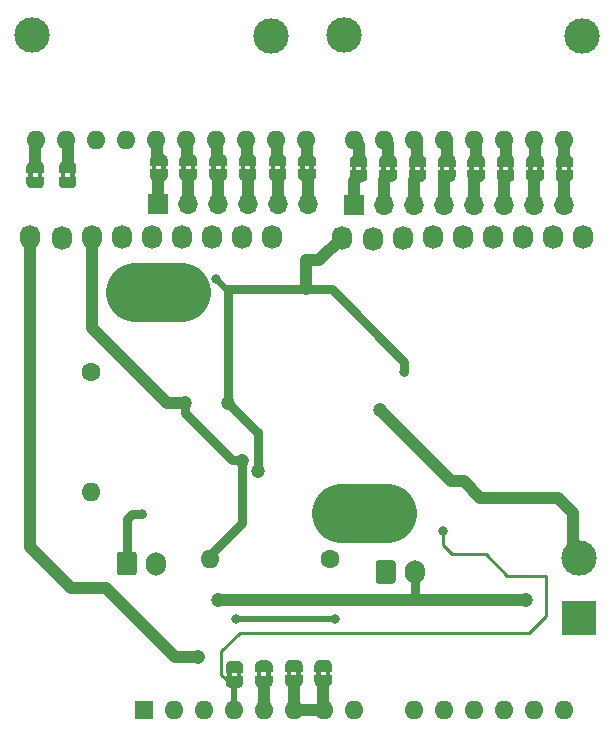
<source format=gbr>
%TF.GenerationSoftware,KiCad,Pcbnew,(5.1.10)-1*%
%TF.CreationDate,2021-06-07T20:05:56+02:00*%
%TF.ProjectId,AirFlow,41697246-6c6f-4772-9e6b-696361645f70,rev?*%
%TF.SameCoordinates,Original*%
%TF.FileFunction,Copper,L2,Bot*%
%TF.FilePolarity,Positive*%
%FSLAX46Y46*%
G04 Gerber Fmt 4.6, Leading zero omitted, Abs format (unit mm)*
G04 Created by KiCad (PCBNEW (5.1.10)-1) date 2021-06-07 20:05:56*
%MOMM*%
%LPD*%
G01*
G04 APERTURE LIST*
%TA.AperFunction,EtchedComponent*%
%ADD10C,0.100000*%
%TD*%
%TA.AperFunction,ComponentPad*%
%ADD11O,1.600000X1.600000*%
%TD*%
%TA.AperFunction,ComponentPad*%
%ADD12R,1.600000X1.600000*%
%TD*%
%TA.AperFunction,ComponentPad*%
%ADD13R,3.000000X3.000000*%
%TD*%
%TA.AperFunction,ComponentPad*%
%ADD14C,3.000000*%
%TD*%
%TA.AperFunction,ComponentPad*%
%ADD15O,1.700000X2.000000*%
%TD*%
%TA.AperFunction,ComponentPad*%
%ADD16C,1.600000*%
%TD*%
%TA.AperFunction,ComponentPad*%
%ADD17R,1.700000X1.700000*%
%TD*%
%TA.AperFunction,ComponentPad*%
%ADD18O,1.700000X1.700000*%
%TD*%
%TA.AperFunction,SMDPad,CuDef*%
%ADD19C,0.100000*%
%TD*%
%TA.AperFunction,ComponentPad*%
%ADD20O,1.730000X2.030000*%
%TD*%
%TA.AperFunction,ViaPad*%
%ADD21C,1.200000*%
%TD*%
%TA.AperFunction,ViaPad*%
%ADD22C,0.800000*%
%TD*%
%TA.AperFunction,Conductor*%
%ADD23C,0.750000*%
%TD*%
%TA.AperFunction,Conductor*%
%ADD24C,0.250000*%
%TD*%
%TA.AperFunction,Conductor*%
%ADD25C,1.000000*%
%TD*%
%TA.AperFunction,Conductor*%
%ADD26C,0.500000*%
%TD*%
%TA.AperFunction,Conductor*%
%ADD27C,5.000000*%
%TD*%
G04 APERTURE END LIST*
D10*
%TO.C,JP0*%
G36*
X158537200Y-84283600D02*
G01*
X158537200Y-83783600D01*
X158137200Y-83783600D01*
X158137200Y-84283600D01*
X158537200Y-84283600D01*
G37*
G36*
X157737200Y-84283600D02*
G01*
X157737200Y-83783600D01*
X157337200Y-83783600D01*
X157337200Y-84283600D01*
X157737200Y-84283600D01*
G37*
%TO.C,JP1*%
G36*
X155248000Y-84283600D02*
G01*
X155248000Y-83783600D01*
X154848000Y-83783600D01*
X154848000Y-84283600D01*
X155248000Y-84283600D01*
G37*
G36*
X156048000Y-84283600D02*
G01*
X156048000Y-83783600D01*
X155648000Y-83783600D01*
X155648000Y-84283600D01*
X156048000Y-84283600D01*
G37*
%TO.C,JP2*%
G36*
X153558800Y-84283600D02*
G01*
X153558800Y-83783600D01*
X153158800Y-83783600D01*
X153158800Y-84283600D01*
X153558800Y-84283600D01*
G37*
G36*
X152758800Y-84283600D02*
G01*
X152758800Y-83783600D01*
X152358800Y-83783600D01*
X152358800Y-84283600D01*
X152758800Y-84283600D01*
G37*
%TO.C,JP3*%
G36*
X150269600Y-84283600D02*
G01*
X150269600Y-83783600D01*
X149869600Y-83783600D01*
X149869600Y-84283600D01*
X150269600Y-84283600D01*
G37*
G36*
X151069600Y-84283600D02*
G01*
X151069600Y-83783600D01*
X150669600Y-83783600D01*
X150669600Y-84283600D01*
X151069600Y-84283600D01*
G37*
%TO.C,JP4*%
G36*
X148580400Y-84283600D02*
G01*
X148580400Y-83783600D01*
X148180400Y-83783600D01*
X148180400Y-84283600D01*
X148580400Y-84283600D01*
G37*
G36*
X147780400Y-84283600D02*
G01*
X147780400Y-83783600D01*
X147380400Y-83783600D01*
X147380400Y-84283600D01*
X147780400Y-84283600D01*
G37*
%TO.C,JP5*%
G36*
X145291200Y-84283600D02*
G01*
X145291200Y-83783600D01*
X144891200Y-83783600D01*
X144891200Y-84283600D01*
X145291200Y-84283600D01*
G37*
G36*
X146091200Y-84283600D02*
G01*
X146091200Y-83783600D01*
X145691200Y-83783600D01*
X145691200Y-84283600D01*
X146091200Y-84283600D01*
G37*
%TO.C,JP6*%
G36*
X142802000Y-84283600D02*
G01*
X142802000Y-83783600D01*
X142402000Y-83783600D01*
X142402000Y-84283600D01*
X142802000Y-84283600D01*
G37*
G36*
X143602000Y-84283600D02*
G01*
X143602000Y-83783600D01*
X143202000Y-83783600D01*
X143202000Y-84283600D01*
X143602000Y-84283600D01*
G37*
%TO.C,JP7*%
G36*
X141112800Y-84283600D02*
G01*
X141112800Y-83783600D01*
X140712800Y-83783600D01*
X140712800Y-84283600D01*
X141112800Y-84283600D01*
G37*
G36*
X140312800Y-84283600D02*
G01*
X140312800Y-83783600D01*
X139912800Y-83783600D01*
X139912800Y-84283600D01*
X140312800Y-84283600D01*
G37*
%TO.C,JP8*%
G36*
X136744000Y-84232800D02*
G01*
X136744000Y-83732800D01*
X136344000Y-83732800D01*
X136344000Y-84232800D01*
X136744000Y-84232800D01*
G37*
G36*
X135944000Y-84232800D02*
G01*
X135944000Y-83732800D01*
X135544000Y-83732800D01*
X135544000Y-84232800D01*
X135944000Y-84232800D01*
G37*
%TO.C,JP9*%
G36*
X133454800Y-84232800D02*
G01*
X133454800Y-83732800D01*
X133054800Y-83732800D01*
X133054800Y-84232800D01*
X133454800Y-84232800D01*
G37*
G36*
X134254800Y-84232800D02*
G01*
X134254800Y-83732800D01*
X133854800Y-83732800D01*
X133854800Y-84232800D01*
X134254800Y-84232800D01*
G37*
%TO.C,JP10*%
G36*
X131714800Y-84232800D02*
G01*
X131714800Y-83732800D01*
X131314800Y-83732800D01*
X131314800Y-84232800D01*
X131714800Y-84232800D01*
G37*
G36*
X130914800Y-84232800D02*
G01*
X130914800Y-83732800D01*
X130514800Y-83732800D01*
X130514800Y-84232800D01*
X130914800Y-84232800D01*
G37*
%TO.C,JP11*%
G36*
X128425600Y-84222400D02*
G01*
X128425600Y-83722400D01*
X128025600Y-83722400D01*
X128025600Y-84222400D01*
X128425600Y-84222400D01*
G37*
G36*
X129225600Y-84222400D02*
G01*
X129225600Y-83722400D01*
X128825600Y-83722400D01*
X128825600Y-84222400D01*
X129225600Y-84222400D01*
G37*
%TO.C,JP12*%
G36*
X125885600Y-84232800D02*
G01*
X125885600Y-83732800D01*
X125485600Y-83732800D01*
X125485600Y-84232800D01*
X125885600Y-84232800D01*
G37*
G36*
X126685600Y-84232800D02*
G01*
X126685600Y-83732800D01*
X126285600Y-83732800D01*
X126285600Y-84232800D01*
X126685600Y-84232800D01*
G37*
%TO.C,JP13*%
G36*
X124196400Y-84222400D02*
G01*
X124196400Y-83722400D01*
X123796400Y-83722400D01*
X123796400Y-84222400D01*
X124196400Y-84222400D01*
G37*
G36*
X123396400Y-84222400D02*
G01*
X123396400Y-83722400D01*
X122996400Y-83722400D01*
X122996400Y-84222400D01*
X123396400Y-84222400D01*
G37*
%TO.C,JP_SCL1*%
G36*
X113331600Y-84342400D02*
G01*
X113331600Y-84842400D01*
X113731600Y-84842400D01*
X113731600Y-84342400D01*
X113331600Y-84342400D01*
G37*
G36*
X112531600Y-84342400D02*
G01*
X112531600Y-84842400D01*
X112931600Y-84842400D01*
X112931600Y-84342400D01*
X112531600Y-84342400D01*
G37*
%TO.C,JP_SDA1*%
G36*
X115274800Y-84342400D02*
G01*
X115274800Y-84842400D01*
X115674800Y-84842400D01*
X115674800Y-84342400D01*
X115274800Y-84342400D01*
G37*
G36*
X116074800Y-84342400D02*
G01*
X116074800Y-84842400D01*
X116474800Y-84842400D01*
X116474800Y-84342400D01*
X116074800Y-84342400D01*
G37*
%TO.C,JP3V3*%
G36*
X130597200Y-127138000D02*
G01*
X130597200Y-126638000D01*
X130197200Y-126638000D01*
X130197200Y-127138000D01*
X130597200Y-127138000D01*
G37*
G36*
X129797200Y-127138000D02*
G01*
X129797200Y-126638000D01*
X129397200Y-126638000D01*
X129397200Y-127138000D01*
X129797200Y-127138000D01*
G37*
%TO.C,JP5V1*%
G36*
X132286400Y-127097600D02*
G01*
X132286400Y-126597600D01*
X131886400Y-126597600D01*
X131886400Y-127097600D01*
X132286400Y-127097600D01*
G37*
G36*
X133086400Y-127097600D02*
G01*
X133086400Y-126597600D01*
X132686400Y-126597600D01*
X132686400Y-127097600D01*
X133086400Y-127097600D01*
G37*
%TO.C,JPGND1*%
G36*
X138115600Y-127046800D02*
G01*
X138115600Y-126546800D01*
X137715600Y-126546800D01*
X137715600Y-127046800D01*
X138115600Y-127046800D01*
G37*
G36*
X137315600Y-127046800D02*
G01*
X137315600Y-126546800D01*
X136915600Y-126546800D01*
X136915600Y-127046800D01*
X137315600Y-127046800D01*
G37*
%TO.C,JPGND2*%
G36*
X134826400Y-127057200D02*
G01*
X134826400Y-126557200D01*
X134426400Y-126557200D01*
X134426400Y-127057200D01*
X134826400Y-127057200D01*
G37*
G36*
X135626400Y-127057200D02*
G01*
X135626400Y-126557200D01*
X135226400Y-126557200D01*
X135226400Y-127057200D01*
X135626400Y-127057200D01*
G37*
%TD*%
D11*
%TO.P,A1,32*%
%TO.N,Net-(A1-Pad32)*%
X113186400Y-81635600D03*
%TO.P,A1,31*%
%TO.N,Net-(A1-Pad31)*%
X115726400Y-81635600D03*
D12*
%TO.P,A1,1*%
%TO.N,Net-(A1-Pad1)*%
X122326400Y-129895600D03*
D11*
%TO.P,A1,17*%
%TO.N,Net-(A1-Pad17)*%
X152806400Y-81635600D03*
%TO.P,A1,2*%
%TO.N,Net-(A1-Pad2)*%
X124866400Y-129895600D03*
%TO.P,A1,18*%
%TO.N,Net-(A1-Pad18)*%
X150266400Y-81635600D03*
%TO.P,A1,3*%
%TO.N,Net-(A1-Pad3)*%
X127406400Y-129895600D03*
%TO.P,A1,19*%
%TO.N,Net-(A1-Pad19)*%
X147726400Y-81635600D03*
%TO.P,A1,4*%
%TO.N,+3V3*%
X129946400Y-129895600D03*
%TO.P,A1,20*%
%TO.N,Net-(A1-Pad20)*%
X145186400Y-81635600D03*
%TO.P,A1,5*%
%TO.N,+5V*%
X132486400Y-129895600D03*
%TO.P,A1,21*%
%TO.N,Net-(A1-Pad21)*%
X142646400Y-81635600D03*
%TO.P,A1,6*%
%TO.N,GND*%
X135026400Y-129895600D03*
%TO.P,A1,22*%
%TO.N,Net-(A1-Pad22)*%
X140106400Y-81635600D03*
%TO.P,A1,7*%
%TO.N,GND*%
X137566400Y-129895600D03*
%TO.P,A1,23*%
%TO.N,Net-(A1-Pad23)*%
X136046400Y-81635600D03*
%TO.P,A1,8*%
%TO.N,Net-(A1-Pad8)*%
X140106400Y-129895600D03*
%TO.P,A1,24*%
%TO.N,Net-(A1-Pad24)*%
X133506400Y-81635600D03*
%TO.P,A1,9*%
%TO.N,Net-(A1-Pad9)*%
X145186400Y-129895600D03*
%TO.P,A1,25*%
%TO.N,Net-(A1-Pad25)*%
X130966400Y-81635600D03*
%TO.P,A1,10*%
%TO.N,Net-(A1-Pad10)*%
X147726400Y-129895600D03*
%TO.P,A1,26*%
%TO.N,Net-(A1-Pad26)*%
X128426400Y-81635600D03*
%TO.P,A1,11*%
%TO.N,Net-(A1-Pad11)*%
X150266400Y-129895600D03*
%TO.P,A1,27*%
%TO.N,Net-(A1-Pad27)*%
X125886400Y-81635600D03*
%TO.P,A1,12*%
%TO.N,Net-(A1-Pad12)*%
X152806400Y-129895600D03*
%TO.P,A1,28*%
%TO.N,Net-(A1-Pad28)*%
X123346400Y-81635600D03*
%TO.P,A1,13*%
%TO.N,Net-(A1-Pad13)*%
X155346400Y-129895600D03*
%TO.P,A1,29*%
%TO.N,GND*%
X120806400Y-81635600D03*
%TO.P,A1,14*%
%TO.N,Net-(A1-Pad14)*%
X157886400Y-129895600D03*
%TO.P,A1,30*%
%TO.N,Net-(A1-Pad30)*%
X118266400Y-81635600D03*
%TO.P,A1,15*%
%TO.N,Net-(A1-Pad15)*%
X157886400Y-81635600D03*
%TO.P,A1,16*%
%TO.N,Net-(A1-Pad16)*%
X155346400Y-81635600D03*
%TD*%
D13*
%TO.P,J1,1*%
%TO.N,+12V*%
X159156400Y-122123200D03*
D14*
%TO.P,J1,2*%
%TO.N,GND*%
X159156400Y-117043200D03*
%TD*%
%TO.P,Jntc1,1*%
%TO.N,Net-(Jntc1-Pad1)*%
%TA.AperFunction,ComponentPad*%
G36*
G01*
X120043200Y-118250400D02*
X120043200Y-116750400D01*
G75*
G02*
X120293200Y-116500400I250000J0D01*
G01*
X121493200Y-116500400D01*
G75*
G02*
X121743200Y-116750400I0J-250000D01*
G01*
X121743200Y-118250400D01*
G75*
G02*
X121493200Y-118500400I-250000J0D01*
G01*
X120293200Y-118500400D01*
G75*
G02*
X120043200Y-118250400I0J250000D01*
G01*
G37*
%TD.AperFunction*%
D15*
%TO.P,Jntc1,2*%
%TO.N,+12V*%
X123393200Y-117500400D03*
%TD*%
%TO.P,Jntc2,2*%
%TO.N,+12V*%
X145298800Y-118211600D03*
%TO.P,Jntc2,1*%
%TO.N,Net-(Jntc2-Pad1)*%
%TA.AperFunction,ComponentPad*%
G36*
G01*
X141948800Y-118961600D02*
X141948800Y-117461600D01*
G75*
G02*
X142198800Y-117211600I250000J0D01*
G01*
X143398800Y-117211600D01*
G75*
G02*
X143648800Y-117461600I0J-250000D01*
G01*
X143648800Y-118961600D01*
G75*
G02*
X143398800Y-119211600I-250000J0D01*
G01*
X142198800Y-119211600D01*
G75*
G02*
X141948800Y-118961600I0J250000D01*
G01*
G37*
%TD.AperFunction*%
%TD*%
D11*
%TO.P,R3,2*%
%TO.N,GND*%
X117856000Y-111455200D03*
D16*
%TO.P,R3,1*%
%TO.N,Net-(Q1-Pad2)*%
X117856000Y-101295200D03*
%TD*%
%TO.P,R17,1*%
%TO.N,Net-(Q2-Pad2)*%
X138074400Y-117094000D03*
D11*
%TO.P,R17,2*%
%TO.N,GND*%
X127914400Y-117094000D03*
%TD*%
D17*
%TO.P,J5,1*%
%TO.N,D7*%
X140106400Y-87172800D03*
D18*
%TO.P,J5,2*%
%TO.N,D6*%
X142646400Y-87172800D03*
%TO.P,J5,3*%
%TO.N,D5*%
X145186400Y-87172800D03*
%TO.P,J5,4*%
%TO.N,D4*%
X147726400Y-87172800D03*
%TO.P,J5,5*%
%TO.N,D3*%
X150266400Y-87172800D03*
%TO.P,J5,6*%
%TO.N,D2*%
X152806400Y-87172800D03*
%TO.P,J5,7*%
%TO.N,D1*%
X155346400Y-87172800D03*
%TO.P,J5,8*%
%TO.N,D0*%
X157886400Y-87172800D03*
%TD*%
D17*
%TO.P,J6,1*%
%TO.N,D13*%
X123494800Y-87071200D03*
D18*
%TO.P,J6,2*%
%TO.N,D12*%
X126034800Y-87071200D03*
%TO.P,J6,3*%
%TO.N,D11*%
X128574800Y-87071200D03*
%TO.P,J6,4*%
%TO.N,D10*%
X131114800Y-87071200D03*
%TO.P,J6,5*%
%TO.N,D9*%
X133654800Y-87071200D03*
%TO.P,J6,6*%
%TO.N,D8*%
X136194800Y-87071200D03*
%TD*%
%TA.AperFunction,SMDPad,CuDef*%
D19*
%TO.P,JP0,1*%
%TO.N,D0*%
G36*
X158687200Y-84183600D02*
G01*
X158687200Y-84683600D01*
X158686598Y-84683600D01*
X158686598Y-84708134D01*
X158681788Y-84756965D01*
X158672216Y-84805090D01*
X158657972Y-84852045D01*
X158639195Y-84897378D01*
X158616064Y-84940651D01*
X158588804Y-84981450D01*
X158557676Y-85019379D01*
X158522979Y-85054076D01*
X158485050Y-85085204D01*
X158444251Y-85112464D01*
X158400978Y-85135595D01*
X158355645Y-85154372D01*
X158308690Y-85168616D01*
X158260565Y-85178188D01*
X158211734Y-85182998D01*
X158187200Y-85182998D01*
X158187200Y-85183600D01*
X157687200Y-85183600D01*
X157687200Y-85182998D01*
X157662666Y-85182998D01*
X157613835Y-85178188D01*
X157565710Y-85168616D01*
X157518755Y-85154372D01*
X157473422Y-85135595D01*
X157430149Y-85112464D01*
X157389350Y-85085204D01*
X157351421Y-85054076D01*
X157316724Y-85019379D01*
X157285596Y-84981450D01*
X157258336Y-84940651D01*
X157235205Y-84897378D01*
X157216428Y-84852045D01*
X157202184Y-84805090D01*
X157192612Y-84756965D01*
X157187802Y-84708134D01*
X157187802Y-84683600D01*
X157187200Y-84683600D01*
X157187200Y-84183600D01*
X158687200Y-84183600D01*
G37*
%TD.AperFunction*%
%TA.AperFunction,SMDPad,CuDef*%
%TO.P,JP0,2*%
%TO.N,Net-(A1-Pad15)*%
G36*
X157187802Y-83383600D02*
G01*
X157187802Y-83359066D01*
X157192612Y-83310235D01*
X157202184Y-83262110D01*
X157216428Y-83215155D01*
X157235205Y-83169822D01*
X157258336Y-83126549D01*
X157285596Y-83085750D01*
X157316724Y-83047821D01*
X157351421Y-83013124D01*
X157389350Y-82981996D01*
X157430149Y-82954736D01*
X157473422Y-82931605D01*
X157518755Y-82912828D01*
X157565710Y-82898584D01*
X157613835Y-82889012D01*
X157662666Y-82884202D01*
X157687200Y-82884202D01*
X157687200Y-82883600D01*
X158187200Y-82883600D01*
X158187200Y-82884202D01*
X158211734Y-82884202D01*
X158260565Y-82889012D01*
X158308690Y-82898584D01*
X158355645Y-82912828D01*
X158400978Y-82931605D01*
X158444251Y-82954736D01*
X158485050Y-82981996D01*
X158522979Y-83013124D01*
X158557676Y-83047821D01*
X158588804Y-83085750D01*
X158616064Y-83126549D01*
X158639195Y-83169822D01*
X158657972Y-83215155D01*
X158672216Y-83262110D01*
X158681788Y-83310235D01*
X158686598Y-83359066D01*
X158686598Y-83383600D01*
X158687200Y-83383600D01*
X158687200Y-83883600D01*
X157187200Y-83883600D01*
X157187200Y-83383600D01*
X157187802Y-83383600D01*
G37*
%TD.AperFunction*%
%TD*%
%TA.AperFunction,SMDPad,CuDef*%
%TO.P,JP1,2*%
%TO.N,Net-(A1-Pad16)*%
G36*
X154698602Y-83383600D02*
G01*
X154698602Y-83359066D01*
X154703412Y-83310235D01*
X154712984Y-83262110D01*
X154727228Y-83215155D01*
X154746005Y-83169822D01*
X154769136Y-83126549D01*
X154796396Y-83085750D01*
X154827524Y-83047821D01*
X154862221Y-83013124D01*
X154900150Y-82981996D01*
X154940949Y-82954736D01*
X154984222Y-82931605D01*
X155029555Y-82912828D01*
X155076510Y-82898584D01*
X155124635Y-82889012D01*
X155173466Y-82884202D01*
X155198000Y-82884202D01*
X155198000Y-82883600D01*
X155698000Y-82883600D01*
X155698000Y-82884202D01*
X155722534Y-82884202D01*
X155771365Y-82889012D01*
X155819490Y-82898584D01*
X155866445Y-82912828D01*
X155911778Y-82931605D01*
X155955051Y-82954736D01*
X155995850Y-82981996D01*
X156033779Y-83013124D01*
X156068476Y-83047821D01*
X156099604Y-83085750D01*
X156126864Y-83126549D01*
X156149995Y-83169822D01*
X156168772Y-83215155D01*
X156183016Y-83262110D01*
X156192588Y-83310235D01*
X156197398Y-83359066D01*
X156197398Y-83383600D01*
X156198000Y-83383600D01*
X156198000Y-83883600D01*
X154698000Y-83883600D01*
X154698000Y-83383600D01*
X154698602Y-83383600D01*
G37*
%TD.AperFunction*%
%TA.AperFunction,SMDPad,CuDef*%
%TO.P,JP1,1*%
%TO.N,D1*%
G36*
X156198000Y-84183600D02*
G01*
X156198000Y-84683600D01*
X156197398Y-84683600D01*
X156197398Y-84708134D01*
X156192588Y-84756965D01*
X156183016Y-84805090D01*
X156168772Y-84852045D01*
X156149995Y-84897378D01*
X156126864Y-84940651D01*
X156099604Y-84981450D01*
X156068476Y-85019379D01*
X156033779Y-85054076D01*
X155995850Y-85085204D01*
X155955051Y-85112464D01*
X155911778Y-85135595D01*
X155866445Y-85154372D01*
X155819490Y-85168616D01*
X155771365Y-85178188D01*
X155722534Y-85182998D01*
X155698000Y-85182998D01*
X155698000Y-85183600D01*
X155198000Y-85183600D01*
X155198000Y-85182998D01*
X155173466Y-85182998D01*
X155124635Y-85178188D01*
X155076510Y-85168616D01*
X155029555Y-85154372D01*
X154984222Y-85135595D01*
X154940949Y-85112464D01*
X154900150Y-85085204D01*
X154862221Y-85054076D01*
X154827524Y-85019379D01*
X154796396Y-84981450D01*
X154769136Y-84940651D01*
X154746005Y-84897378D01*
X154727228Y-84852045D01*
X154712984Y-84805090D01*
X154703412Y-84756965D01*
X154698602Y-84708134D01*
X154698602Y-84683600D01*
X154698000Y-84683600D01*
X154698000Y-84183600D01*
X156198000Y-84183600D01*
G37*
%TD.AperFunction*%
%TD*%
%TA.AperFunction,SMDPad,CuDef*%
%TO.P,JP2,1*%
%TO.N,D2*%
G36*
X153708800Y-84183600D02*
G01*
X153708800Y-84683600D01*
X153708198Y-84683600D01*
X153708198Y-84708134D01*
X153703388Y-84756965D01*
X153693816Y-84805090D01*
X153679572Y-84852045D01*
X153660795Y-84897378D01*
X153637664Y-84940651D01*
X153610404Y-84981450D01*
X153579276Y-85019379D01*
X153544579Y-85054076D01*
X153506650Y-85085204D01*
X153465851Y-85112464D01*
X153422578Y-85135595D01*
X153377245Y-85154372D01*
X153330290Y-85168616D01*
X153282165Y-85178188D01*
X153233334Y-85182998D01*
X153208800Y-85182998D01*
X153208800Y-85183600D01*
X152708800Y-85183600D01*
X152708800Y-85182998D01*
X152684266Y-85182998D01*
X152635435Y-85178188D01*
X152587310Y-85168616D01*
X152540355Y-85154372D01*
X152495022Y-85135595D01*
X152451749Y-85112464D01*
X152410950Y-85085204D01*
X152373021Y-85054076D01*
X152338324Y-85019379D01*
X152307196Y-84981450D01*
X152279936Y-84940651D01*
X152256805Y-84897378D01*
X152238028Y-84852045D01*
X152223784Y-84805090D01*
X152214212Y-84756965D01*
X152209402Y-84708134D01*
X152209402Y-84683600D01*
X152208800Y-84683600D01*
X152208800Y-84183600D01*
X153708800Y-84183600D01*
G37*
%TD.AperFunction*%
%TA.AperFunction,SMDPad,CuDef*%
%TO.P,JP2,2*%
%TO.N,Net-(A1-Pad17)*%
G36*
X152209402Y-83383600D02*
G01*
X152209402Y-83359066D01*
X152214212Y-83310235D01*
X152223784Y-83262110D01*
X152238028Y-83215155D01*
X152256805Y-83169822D01*
X152279936Y-83126549D01*
X152307196Y-83085750D01*
X152338324Y-83047821D01*
X152373021Y-83013124D01*
X152410950Y-82981996D01*
X152451749Y-82954736D01*
X152495022Y-82931605D01*
X152540355Y-82912828D01*
X152587310Y-82898584D01*
X152635435Y-82889012D01*
X152684266Y-82884202D01*
X152708800Y-82884202D01*
X152708800Y-82883600D01*
X153208800Y-82883600D01*
X153208800Y-82884202D01*
X153233334Y-82884202D01*
X153282165Y-82889012D01*
X153330290Y-82898584D01*
X153377245Y-82912828D01*
X153422578Y-82931605D01*
X153465851Y-82954736D01*
X153506650Y-82981996D01*
X153544579Y-83013124D01*
X153579276Y-83047821D01*
X153610404Y-83085750D01*
X153637664Y-83126549D01*
X153660795Y-83169822D01*
X153679572Y-83215155D01*
X153693816Y-83262110D01*
X153703388Y-83310235D01*
X153708198Y-83359066D01*
X153708198Y-83383600D01*
X153708800Y-83383600D01*
X153708800Y-83883600D01*
X152208800Y-83883600D01*
X152208800Y-83383600D01*
X152209402Y-83383600D01*
G37*
%TD.AperFunction*%
%TD*%
%TA.AperFunction,SMDPad,CuDef*%
%TO.P,JP3,2*%
%TO.N,Net-(A1-Pad18)*%
G36*
X149720202Y-83383600D02*
G01*
X149720202Y-83359066D01*
X149725012Y-83310235D01*
X149734584Y-83262110D01*
X149748828Y-83215155D01*
X149767605Y-83169822D01*
X149790736Y-83126549D01*
X149817996Y-83085750D01*
X149849124Y-83047821D01*
X149883821Y-83013124D01*
X149921750Y-82981996D01*
X149962549Y-82954736D01*
X150005822Y-82931605D01*
X150051155Y-82912828D01*
X150098110Y-82898584D01*
X150146235Y-82889012D01*
X150195066Y-82884202D01*
X150219600Y-82884202D01*
X150219600Y-82883600D01*
X150719600Y-82883600D01*
X150719600Y-82884202D01*
X150744134Y-82884202D01*
X150792965Y-82889012D01*
X150841090Y-82898584D01*
X150888045Y-82912828D01*
X150933378Y-82931605D01*
X150976651Y-82954736D01*
X151017450Y-82981996D01*
X151055379Y-83013124D01*
X151090076Y-83047821D01*
X151121204Y-83085750D01*
X151148464Y-83126549D01*
X151171595Y-83169822D01*
X151190372Y-83215155D01*
X151204616Y-83262110D01*
X151214188Y-83310235D01*
X151218998Y-83359066D01*
X151218998Y-83383600D01*
X151219600Y-83383600D01*
X151219600Y-83883600D01*
X149719600Y-83883600D01*
X149719600Y-83383600D01*
X149720202Y-83383600D01*
G37*
%TD.AperFunction*%
%TA.AperFunction,SMDPad,CuDef*%
%TO.P,JP3,1*%
%TO.N,D3*%
G36*
X151219600Y-84183600D02*
G01*
X151219600Y-84683600D01*
X151218998Y-84683600D01*
X151218998Y-84708134D01*
X151214188Y-84756965D01*
X151204616Y-84805090D01*
X151190372Y-84852045D01*
X151171595Y-84897378D01*
X151148464Y-84940651D01*
X151121204Y-84981450D01*
X151090076Y-85019379D01*
X151055379Y-85054076D01*
X151017450Y-85085204D01*
X150976651Y-85112464D01*
X150933378Y-85135595D01*
X150888045Y-85154372D01*
X150841090Y-85168616D01*
X150792965Y-85178188D01*
X150744134Y-85182998D01*
X150719600Y-85182998D01*
X150719600Y-85183600D01*
X150219600Y-85183600D01*
X150219600Y-85182998D01*
X150195066Y-85182998D01*
X150146235Y-85178188D01*
X150098110Y-85168616D01*
X150051155Y-85154372D01*
X150005822Y-85135595D01*
X149962549Y-85112464D01*
X149921750Y-85085204D01*
X149883821Y-85054076D01*
X149849124Y-85019379D01*
X149817996Y-84981450D01*
X149790736Y-84940651D01*
X149767605Y-84897378D01*
X149748828Y-84852045D01*
X149734584Y-84805090D01*
X149725012Y-84756965D01*
X149720202Y-84708134D01*
X149720202Y-84683600D01*
X149719600Y-84683600D01*
X149719600Y-84183600D01*
X151219600Y-84183600D01*
G37*
%TD.AperFunction*%
%TD*%
%TA.AperFunction,SMDPad,CuDef*%
%TO.P,JP4,1*%
%TO.N,D4*%
G36*
X148730400Y-84183600D02*
G01*
X148730400Y-84683600D01*
X148729798Y-84683600D01*
X148729798Y-84708134D01*
X148724988Y-84756965D01*
X148715416Y-84805090D01*
X148701172Y-84852045D01*
X148682395Y-84897378D01*
X148659264Y-84940651D01*
X148632004Y-84981450D01*
X148600876Y-85019379D01*
X148566179Y-85054076D01*
X148528250Y-85085204D01*
X148487451Y-85112464D01*
X148444178Y-85135595D01*
X148398845Y-85154372D01*
X148351890Y-85168616D01*
X148303765Y-85178188D01*
X148254934Y-85182998D01*
X148230400Y-85182998D01*
X148230400Y-85183600D01*
X147730400Y-85183600D01*
X147730400Y-85182998D01*
X147705866Y-85182998D01*
X147657035Y-85178188D01*
X147608910Y-85168616D01*
X147561955Y-85154372D01*
X147516622Y-85135595D01*
X147473349Y-85112464D01*
X147432550Y-85085204D01*
X147394621Y-85054076D01*
X147359924Y-85019379D01*
X147328796Y-84981450D01*
X147301536Y-84940651D01*
X147278405Y-84897378D01*
X147259628Y-84852045D01*
X147245384Y-84805090D01*
X147235812Y-84756965D01*
X147231002Y-84708134D01*
X147231002Y-84683600D01*
X147230400Y-84683600D01*
X147230400Y-84183600D01*
X148730400Y-84183600D01*
G37*
%TD.AperFunction*%
%TA.AperFunction,SMDPad,CuDef*%
%TO.P,JP4,2*%
%TO.N,Net-(A1-Pad19)*%
G36*
X147231002Y-83383600D02*
G01*
X147231002Y-83359066D01*
X147235812Y-83310235D01*
X147245384Y-83262110D01*
X147259628Y-83215155D01*
X147278405Y-83169822D01*
X147301536Y-83126549D01*
X147328796Y-83085750D01*
X147359924Y-83047821D01*
X147394621Y-83013124D01*
X147432550Y-82981996D01*
X147473349Y-82954736D01*
X147516622Y-82931605D01*
X147561955Y-82912828D01*
X147608910Y-82898584D01*
X147657035Y-82889012D01*
X147705866Y-82884202D01*
X147730400Y-82884202D01*
X147730400Y-82883600D01*
X148230400Y-82883600D01*
X148230400Y-82884202D01*
X148254934Y-82884202D01*
X148303765Y-82889012D01*
X148351890Y-82898584D01*
X148398845Y-82912828D01*
X148444178Y-82931605D01*
X148487451Y-82954736D01*
X148528250Y-82981996D01*
X148566179Y-83013124D01*
X148600876Y-83047821D01*
X148632004Y-83085750D01*
X148659264Y-83126549D01*
X148682395Y-83169822D01*
X148701172Y-83215155D01*
X148715416Y-83262110D01*
X148724988Y-83310235D01*
X148729798Y-83359066D01*
X148729798Y-83383600D01*
X148730400Y-83383600D01*
X148730400Y-83883600D01*
X147230400Y-83883600D01*
X147230400Y-83383600D01*
X147231002Y-83383600D01*
G37*
%TD.AperFunction*%
%TD*%
%TA.AperFunction,SMDPad,CuDef*%
%TO.P,JP5,2*%
%TO.N,Net-(A1-Pad20)*%
G36*
X144741802Y-83383600D02*
G01*
X144741802Y-83359066D01*
X144746612Y-83310235D01*
X144756184Y-83262110D01*
X144770428Y-83215155D01*
X144789205Y-83169822D01*
X144812336Y-83126549D01*
X144839596Y-83085750D01*
X144870724Y-83047821D01*
X144905421Y-83013124D01*
X144943350Y-82981996D01*
X144984149Y-82954736D01*
X145027422Y-82931605D01*
X145072755Y-82912828D01*
X145119710Y-82898584D01*
X145167835Y-82889012D01*
X145216666Y-82884202D01*
X145241200Y-82884202D01*
X145241200Y-82883600D01*
X145741200Y-82883600D01*
X145741200Y-82884202D01*
X145765734Y-82884202D01*
X145814565Y-82889012D01*
X145862690Y-82898584D01*
X145909645Y-82912828D01*
X145954978Y-82931605D01*
X145998251Y-82954736D01*
X146039050Y-82981996D01*
X146076979Y-83013124D01*
X146111676Y-83047821D01*
X146142804Y-83085750D01*
X146170064Y-83126549D01*
X146193195Y-83169822D01*
X146211972Y-83215155D01*
X146226216Y-83262110D01*
X146235788Y-83310235D01*
X146240598Y-83359066D01*
X146240598Y-83383600D01*
X146241200Y-83383600D01*
X146241200Y-83883600D01*
X144741200Y-83883600D01*
X144741200Y-83383600D01*
X144741802Y-83383600D01*
G37*
%TD.AperFunction*%
%TA.AperFunction,SMDPad,CuDef*%
%TO.P,JP5,1*%
%TO.N,D5*%
G36*
X146241200Y-84183600D02*
G01*
X146241200Y-84683600D01*
X146240598Y-84683600D01*
X146240598Y-84708134D01*
X146235788Y-84756965D01*
X146226216Y-84805090D01*
X146211972Y-84852045D01*
X146193195Y-84897378D01*
X146170064Y-84940651D01*
X146142804Y-84981450D01*
X146111676Y-85019379D01*
X146076979Y-85054076D01*
X146039050Y-85085204D01*
X145998251Y-85112464D01*
X145954978Y-85135595D01*
X145909645Y-85154372D01*
X145862690Y-85168616D01*
X145814565Y-85178188D01*
X145765734Y-85182998D01*
X145741200Y-85182998D01*
X145741200Y-85183600D01*
X145241200Y-85183600D01*
X145241200Y-85182998D01*
X145216666Y-85182998D01*
X145167835Y-85178188D01*
X145119710Y-85168616D01*
X145072755Y-85154372D01*
X145027422Y-85135595D01*
X144984149Y-85112464D01*
X144943350Y-85085204D01*
X144905421Y-85054076D01*
X144870724Y-85019379D01*
X144839596Y-84981450D01*
X144812336Y-84940651D01*
X144789205Y-84897378D01*
X144770428Y-84852045D01*
X144756184Y-84805090D01*
X144746612Y-84756965D01*
X144741802Y-84708134D01*
X144741802Y-84683600D01*
X144741200Y-84683600D01*
X144741200Y-84183600D01*
X146241200Y-84183600D01*
G37*
%TD.AperFunction*%
%TD*%
%TA.AperFunction,SMDPad,CuDef*%
%TO.P,JP6,2*%
%TO.N,Net-(A1-Pad21)*%
G36*
X142252602Y-83383600D02*
G01*
X142252602Y-83359066D01*
X142257412Y-83310235D01*
X142266984Y-83262110D01*
X142281228Y-83215155D01*
X142300005Y-83169822D01*
X142323136Y-83126549D01*
X142350396Y-83085750D01*
X142381524Y-83047821D01*
X142416221Y-83013124D01*
X142454150Y-82981996D01*
X142494949Y-82954736D01*
X142538222Y-82931605D01*
X142583555Y-82912828D01*
X142630510Y-82898584D01*
X142678635Y-82889012D01*
X142727466Y-82884202D01*
X142752000Y-82884202D01*
X142752000Y-82883600D01*
X143252000Y-82883600D01*
X143252000Y-82884202D01*
X143276534Y-82884202D01*
X143325365Y-82889012D01*
X143373490Y-82898584D01*
X143420445Y-82912828D01*
X143465778Y-82931605D01*
X143509051Y-82954736D01*
X143549850Y-82981996D01*
X143587779Y-83013124D01*
X143622476Y-83047821D01*
X143653604Y-83085750D01*
X143680864Y-83126549D01*
X143703995Y-83169822D01*
X143722772Y-83215155D01*
X143737016Y-83262110D01*
X143746588Y-83310235D01*
X143751398Y-83359066D01*
X143751398Y-83383600D01*
X143752000Y-83383600D01*
X143752000Y-83883600D01*
X142252000Y-83883600D01*
X142252000Y-83383600D01*
X142252602Y-83383600D01*
G37*
%TD.AperFunction*%
%TA.AperFunction,SMDPad,CuDef*%
%TO.P,JP6,1*%
%TO.N,D6*%
G36*
X143752000Y-84183600D02*
G01*
X143752000Y-84683600D01*
X143751398Y-84683600D01*
X143751398Y-84708134D01*
X143746588Y-84756965D01*
X143737016Y-84805090D01*
X143722772Y-84852045D01*
X143703995Y-84897378D01*
X143680864Y-84940651D01*
X143653604Y-84981450D01*
X143622476Y-85019379D01*
X143587779Y-85054076D01*
X143549850Y-85085204D01*
X143509051Y-85112464D01*
X143465778Y-85135595D01*
X143420445Y-85154372D01*
X143373490Y-85168616D01*
X143325365Y-85178188D01*
X143276534Y-85182998D01*
X143252000Y-85182998D01*
X143252000Y-85183600D01*
X142752000Y-85183600D01*
X142752000Y-85182998D01*
X142727466Y-85182998D01*
X142678635Y-85178188D01*
X142630510Y-85168616D01*
X142583555Y-85154372D01*
X142538222Y-85135595D01*
X142494949Y-85112464D01*
X142454150Y-85085204D01*
X142416221Y-85054076D01*
X142381524Y-85019379D01*
X142350396Y-84981450D01*
X142323136Y-84940651D01*
X142300005Y-84897378D01*
X142281228Y-84852045D01*
X142266984Y-84805090D01*
X142257412Y-84756965D01*
X142252602Y-84708134D01*
X142252602Y-84683600D01*
X142252000Y-84683600D01*
X142252000Y-84183600D01*
X143752000Y-84183600D01*
G37*
%TD.AperFunction*%
%TD*%
%TA.AperFunction,SMDPad,CuDef*%
%TO.P,JP7,1*%
%TO.N,D7*%
G36*
X141262800Y-84183600D02*
G01*
X141262800Y-84683600D01*
X141262198Y-84683600D01*
X141262198Y-84708134D01*
X141257388Y-84756965D01*
X141247816Y-84805090D01*
X141233572Y-84852045D01*
X141214795Y-84897378D01*
X141191664Y-84940651D01*
X141164404Y-84981450D01*
X141133276Y-85019379D01*
X141098579Y-85054076D01*
X141060650Y-85085204D01*
X141019851Y-85112464D01*
X140976578Y-85135595D01*
X140931245Y-85154372D01*
X140884290Y-85168616D01*
X140836165Y-85178188D01*
X140787334Y-85182998D01*
X140762800Y-85182998D01*
X140762800Y-85183600D01*
X140262800Y-85183600D01*
X140262800Y-85182998D01*
X140238266Y-85182998D01*
X140189435Y-85178188D01*
X140141310Y-85168616D01*
X140094355Y-85154372D01*
X140049022Y-85135595D01*
X140005749Y-85112464D01*
X139964950Y-85085204D01*
X139927021Y-85054076D01*
X139892324Y-85019379D01*
X139861196Y-84981450D01*
X139833936Y-84940651D01*
X139810805Y-84897378D01*
X139792028Y-84852045D01*
X139777784Y-84805090D01*
X139768212Y-84756965D01*
X139763402Y-84708134D01*
X139763402Y-84683600D01*
X139762800Y-84683600D01*
X139762800Y-84183600D01*
X141262800Y-84183600D01*
G37*
%TD.AperFunction*%
%TA.AperFunction,SMDPad,CuDef*%
%TO.P,JP7,2*%
%TO.N,Net-(A1-Pad22)*%
G36*
X139763402Y-83383600D02*
G01*
X139763402Y-83359066D01*
X139768212Y-83310235D01*
X139777784Y-83262110D01*
X139792028Y-83215155D01*
X139810805Y-83169822D01*
X139833936Y-83126549D01*
X139861196Y-83085750D01*
X139892324Y-83047821D01*
X139927021Y-83013124D01*
X139964950Y-82981996D01*
X140005749Y-82954736D01*
X140049022Y-82931605D01*
X140094355Y-82912828D01*
X140141310Y-82898584D01*
X140189435Y-82889012D01*
X140238266Y-82884202D01*
X140262800Y-82884202D01*
X140262800Y-82883600D01*
X140762800Y-82883600D01*
X140762800Y-82884202D01*
X140787334Y-82884202D01*
X140836165Y-82889012D01*
X140884290Y-82898584D01*
X140931245Y-82912828D01*
X140976578Y-82931605D01*
X141019851Y-82954736D01*
X141060650Y-82981996D01*
X141098579Y-83013124D01*
X141133276Y-83047821D01*
X141164404Y-83085750D01*
X141191664Y-83126549D01*
X141214795Y-83169822D01*
X141233572Y-83215155D01*
X141247816Y-83262110D01*
X141257388Y-83310235D01*
X141262198Y-83359066D01*
X141262198Y-83383600D01*
X141262800Y-83383600D01*
X141262800Y-83883600D01*
X139762800Y-83883600D01*
X139762800Y-83383600D01*
X139763402Y-83383600D01*
G37*
%TD.AperFunction*%
%TD*%
D20*
%TO.P,U2,5*%
%TO.N,D12*%
X122986800Y-89814400D03*
%TO.P,U2,6*%
%TO.N,D13*%
X120446800Y-89814400D03*
%TO.P,U2,3*%
%TO.N,D10*%
X128066800Y-89814400D03*
%TO.P,U2,4*%
%TO.N,D11*%
X125526800Y-89814400D03*
%TO.P,U2,1*%
%TO.N,Net-(U2-Pad1)*%
X133146800Y-89814400D03*
%TO.P,U2,2*%
%TO.N,Net-(U2-Pad2)*%
X130606800Y-89814400D03*
D14*
%TO.P,U2,10*%
%TO.N,Net-(U2-Pad10)*%
X112890300Y-72732900D03*
%TO.P,U2,11*%
%TO.N,Net-(U2-Pad11)*%
X133083300Y-72796400D03*
D20*
%TO.P,U2,7*%
%TO.N,GND*%
X117906800Y-89877900D03*
%TO.P,U2,8*%
%TO.N,Net-(U2-Pad8)*%
X115366800Y-89941400D03*
%TO.P,U2,9*%
%TO.N,+5V*%
X112699800Y-89877900D03*
%TD*%
%TO.P,U3,5*%
%TO.N,D3*%
X149352000Y-89865200D03*
%TO.P,U3,6*%
%TO.N,D5*%
X146812000Y-89865200D03*
%TO.P,U3,3*%
%TO.N,D1*%
X154432000Y-89865200D03*
%TO.P,U3,4*%
%TO.N,D0*%
X151892000Y-89865200D03*
%TO.P,U3,1*%
%TO.N,Net-(U3-Pad1)*%
X159512000Y-89865200D03*
%TO.P,U3,2*%
%TO.N,Net-(U3-Pad2)*%
X156972000Y-89865200D03*
D14*
%TO.P,U3,10*%
%TO.N,Net-(U3-Pad10)*%
X139255500Y-72783700D03*
%TO.P,U3,11*%
%TO.N,Net-(U3-Pad11)*%
X159448500Y-72847200D03*
D20*
%TO.P,U3,7*%
%TO.N,GND*%
X144272000Y-89928700D03*
%TO.P,U3,8*%
%TO.N,Net-(U3-Pad8)*%
X141732000Y-89992200D03*
%TO.P,U3,9*%
%TO.N,+5V*%
X139065000Y-89928700D03*
%TD*%
%TA.AperFunction,SMDPad,CuDef*%
D19*
%TO.P,JP8,1*%
%TO.N,D8*%
G36*
X136894000Y-84132800D02*
G01*
X136894000Y-84632800D01*
X136893398Y-84632800D01*
X136893398Y-84657334D01*
X136888588Y-84706165D01*
X136879016Y-84754290D01*
X136864772Y-84801245D01*
X136845995Y-84846578D01*
X136822864Y-84889851D01*
X136795604Y-84930650D01*
X136764476Y-84968579D01*
X136729779Y-85003276D01*
X136691850Y-85034404D01*
X136651051Y-85061664D01*
X136607778Y-85084795D01*
X136562445Y-85103572D01*
X136515490Y-85117816D01*
X136467365Y-85127388D01*
X136418534Y-85132198D01*
X136394000Y-85132198D01*
X136394000Y-85132800D01*
X135894000Y-85132800D01*
X135894000Y-85132198D01*
X135869466Y-85132198D01*
X135820635Y-85127388D01*
X135772510Y-85117816D01*
X135725555Y-85103572D01*
X135680222Y-85084795D01*
X135636949Y-85061664D01*
X135596150Y-85034404D01*
X135558221Y-85003276D01*
X135523524Y-84968579D01*
X135492396Y-84930650D01*
X135465136Y-84889851D01*
X135442005Y-84846578D01*
X135423228Y-84801245D01*
X135408984Y-84754290D01*
X135399412Y-84706165D01*
X135394602Y-84657334D01*
X135394602Y-84632800D01*
X135394000Y-84632800D01*
X135394000Y-84132800D01*
X136894000Y-84132800D01*
G37*
%TD.AperFunction*%
%TA.AperFunction,SMDPad,CuDef*%
%TO.P,JP8,2*%
%TO.N,Net-(A1-Pad23)*%
G36*
X135394602Y-83332800D02*
G01*
X135394602Y-83308266D01*
X135399412Y-83259435D01*
X135408984Y-83211310D01*
X135423228Y-83164355D01*
X135442005Y-83119022D01*
X135465136Y-83075749D01*
X135492396Y-83034950D01*
X135523524Y-82997021D01*
X135558221Y-82962324D01*
X135596150Y-82931196D01*
X135636949Y-82903936D01*
X135680222Y-82880805D01*
X135725555Y-82862028D01*
X135772510Y-82847784D01*
X135820635Y-82838212D01*
X135869466Y-82833402D01*
X135894000Y-82833402D01*
X135894000Y-82832800D01*
X136394000Y-82832800D01*
X136394000Y-82833402D01*
X136418534Y-82833402D01*
X136467365Y-82838212D01*
X136515490Y-82847784D01*
X136562445Y-82862028D01*
X136607778Y-82880805D01*
X136651051Y-82903936D01*
X136691850Y-82931196D01*
X136729779Y-82962324D01*
X136764476Y-82997021D01*
X136795604Y-83034950D01*
X136822864Y-83075749D01*
X136845995Y-83119022D01*
X136864772Y-83164355D01*
X136879016Y-83211310D01*
X136888588Y-83259435D01*
X136893398Y-83308266D01*
X136893398Y-83332800D01*
X136894000Y-83332800D01*
X136894000Y-83832800D01*
X135394000Y-83832800D01*
X135394000Y-83332800D01*
X135394602Y-83332800D01*
G37*
%TD.AperFunction*%
%TD*%
%TA.AperFunction,SMDPad,CuDef*%
%TO.P,JP9,2*%
%TO.N,Net-(A1-Pad24)*%
G36*
X132905402Y-83332800D02*
G01*
X132905402Y-83308266D01*
X132910212Y-83259435D01*
X132919784Y-83211310D01*
X132934028Y-83164355D01*
X132952805Y-83119022D01*
X132975936Y-83075749D01*
X133003196Y-83034950D01*
X133034324Y-82997021D01*
X133069021Y-82962324D01*
X133106950Y-82931196D01*
X133147749Y-82903936D01*
X133191022Y-82880805D01*
X133236355Y-82862028D01*
X133283310Y-82847784D01*
X133331435Y-82838212D01*
X133380266Y-82833402D01*
X133404800Y-82833402D01*
X133404800Y-82832800D01*
X133904800Y-82832800D01*
X133904800Y-82833402D01*
X133929334Y-82833402D01*
X133978165Y-82838212D01*
X134026290Y-82847784D01*
X134073245Y-82862028D01*
X134118578Y-82880805D01*
X134161851Y-82903936D01*
X134202650Y-82931196D01*
X134240579Y-82962324D01*
X134275276Y-82997021D01*
X134306404Y-83034950D01*
X134333664Y-83075749D01*
X134356795Y-83119022D01*
X134375572Y-83164355D01*
X134389816Y-83211310D01*
X134399388Y-83259435D01*
X134404198Y-83308266D01*
X134404198Y-83332800D01*
X134404800Y-83332800D01*
X134404800Y-83832800D01*
X132904800Y-83832800D01*
X132904800Y-83332800D01*
X132905402Y-83332800D01*
G37*
%TD.AperFunction*%
%TA.AperFunction,SMDPad,CuDef*%
%TO.P,JP9,1*%
%TO.N,D9*%
G36*
X134404800Y-84132800D02*
G01*
X134404800Y-84632800D01*
X134404198Y-84632800D01*
X134404198Y-84657334D01*
X134399388Y-84706165D01*
X134389816Y-84754290D01*
X134375572Y-84801245D01*
X134356795Y-84846578D01*
X134333664Y-84889851D01*
X134306404Y-84930650D01*
X134275276Y-84968579D01*
X134240579Y-85003276D01*
X134202650Y-85034404D01*
X134161851Y-85061664D01*
X134118578Y-85084795D01*
X134073245Y-85103572D01*
X134026290Y-85117816D01*
X133978165Y-85127388D01*
X133929334Y-85132198D01*
X133904800Y-85132198D01*
X133904800Y-85132800D01*
X133404800Y-85132800D01*
X133404800Y-85132198D01*
X133380266Y-85132198D01*
X133331435Y-85127388D01*
X133283310Y-85117816D01*
X133236355Y-85103572D01*
X133191022Y-85084795D01*
X133147749Y-85061664D01*
X133106950Y-85034404D01*
X133069021Y-85003276D01*
X133034324Y-84968579D01*
X133003196Y-84930650D01*
X132975936Y-84889851D01*
X132952805Y-84846578D01*
X132934028Y-84801245D01*
X132919784Y-84754290D01*
X132910212Y-84706165D01*
X132905402Y-84657334D01*
X132905402Y-84632800D01*
X132904800Y-84632800D01*
X132904800Y-84132800D01*
X134404800Y-84132800D01*
G37*
%TD.AperFunction*%
%TD*%
%TA.AperFunction,SMDPad,CuDef*%
%TO.P,JP10,1*%
%TO.N,D10*%
G36*
X131864800Y-84132800D02*
G01*
X131864800Y-84632800D01*
X131864198Y-84632800D01*
X131864198Y-84657334D01*
X131859388Y-84706165D01*
X131849816Y-84754290D01*
X131835572Y-84801245D01*
X131816795Y-84846578D01*
X131793664Y-84889851D01*
X131766404Y-84930650D01*
X131735276Y-84968579D01*
X131700579Y-85003276D01*
X131662650Y-85034404D01*
X131621851Y-85061664D01*
X131578578Y-85084795D01*
X131533245Y-85103572D01*
X131486290Y-85117816D01*
X131438165Y-85127388D01*
X131389334Y-85132198D01*
X131364800Y-85132198D01*
X131364800Y-85132800D01*
X130864800Y-85132800D01*
X130864800Y-85132198D01*
X130840266Y-85132198D01*
X130791435Y-85127388D01*
X130743310Y-85117816D01*
X130696355Y-85103572D01*
X130651022Y-85084795D01*
X130607749Y-85061664D01*
X130566950Y-85034404D01*
X130529021Y-85003276D01*
X130494324Y-84968579D01*
X130463196Y-84930650D01*
X130435936Y-84889851D01*
X130412805Y-84846578D01*
X130394028Y-84801245D01*
X130379784Y-84754290D01*
X130370212Y-84706165D01*
X130365402Y-84657334D01*
X130365402Y-84632800D01*
X130364800Y-84632800D01*
X130364800Y-84132800D01*
X131864800Y-84132800D01*
G37*
%TD.AperFunction*%
%TA.AperFunction,SMDPad,CuDef*%
%TO.P,JP10,2*%
%TO.N,Net-(A1-Pad25)*%
G36*
X130365402Y-83332800D02*
G01*
X130365402Y-83308266D01*
X130370212Y-83259435D01*
X130379784Y-83211310D01*
X130394028Y-83164355D01*
X130412805Y-83119022D01*
X130435936Y-83075749D01*
X130463196Y-83034950D01*
X130494324Y-82997021D01*
X130529021Y-82962324D01*
X130566950Y-82931196D01*
X130607749Y-82903936D01*
X130651022Y-82880805D01*
X130696355Y-82862028D01*
X130743310Y-82847784D01*
X130791435Y-82838212D01*
X130840266Y-82833402D01*
X130864800Y-82833402D01*
X130864800Y-82832800D01*
X131364800Y-82832800D01*
X131364800Y-82833402D01*
X131389334Y-82833402D01*
X131438165Y-82838212D01*
X131486290Y-82847784D01*
X131533245Y-82862028D01*
X131578578Y-82880805D01*
X131621851Y-82903936D01*
X131662650Y-82931196D01*
X131700579Y-82962324D01*
X131735276Y-82997021D01*
X131766404Y-83034950D01*
X131793664Y-83075749D01*
X131816795Y-83119022D01*
X131835572Y-83164355D01*
X131849816Y-83211310D01*
X131859388Y-83259435D01*
X131864198Y-83308266D01*
X131864198Y-83332800D01*
X131864800Y-83332800D01*
X131864800Y-83832800D01*
X130364800Y-83832800D01*
X130364800Y-83332800D01*
X130365402Y-83332800D01*
G37*
%TD.AperFunction*%
%TD*%
%TA.AperFunction,SMDPad,CuDef*%
%TO.P,JP11,2*%
%TO.N,Net-(A1-Pad26)*%
G36*
X127876202Y-83322400D02*
G01*
X127876202Y-83297866D01*
X127881012Y-83249035D01*
X127890584Y-83200910D01*
X127904828Y-83153955D01*
X127923605Y-83108622D01*
X127946736Y-83065349D01*
X127973996Y-83024550D01*
X128005124Y-82986621D01*
X128039821Y-82951924D01*
X128077750Y-82920796D01*
X128118549Y-82893536D01*
X128161822Y-82870405D01*
X128207155Y-82851628D01*
X128254110Y-82837384D01*
X128302235Y-82827812D01*
X128351066Y-82823002D01*
X128375600Y-82823002D01*
X128375600Y-82822400D01*
X128875600Y-82822400D01*
X128875600Y-82823002D01*
X128900134Y-82823002D01*
X128948965Y-82827812D01*
X128997090Y-82837384D01*
X129044045Y-82851628D01*
X129089378Y-82870405D01*
X129132651Y-82893536D01*
X129173450Y-82920796D01*
X129211379Y-82951924D01*
X129246076Y-82986621D01*
X129277204Y-83024550D01*
X129304464Y-83065349D01*
X129327595Y-83108622D01*
X129346372Y-83153955D01*
X129360616Y-83200910D01*
X129370188Y-83249035D01*
X129374998Y-83297866D01*
X129374998Y-83322400D01*
X129375600Y-83322400D01*
X129375600Y-83822400D01*
X127875600Y-83822400D01*
X127875600Y-83322400D01*
X127876202Y-83322400D01*
G37*
%TD.AperFunction*%
%TA.AperFunction,SMDPad,CuDef*%
%TO.P,JP11,1*%
%TO.N,D11*%
G36*
X129375600Y-84122400D02*
G01*
X129375600Y-84622400D01*
X129374998Y-84622400D01*
X129374998Y-84646934D01*
X129370188Y-84695765D01*
X129360616Y-84743890D01*
X129346372Y-84790845D01*
X129327595Y-84836178D01*
X129304464Y-84879451D01*
X129277204Y-84920250D01*
X129246076Y-84958179D01*
X129211379Y-84992876D01*
X129173450Y-85024004D01*
X129132651Y-85051264D01*
X129089378Y-85074395D01*
X129044045Y-85093172D01*
X128997090Y-85107416D01*
X128948965Y-85116988D01*
X128900134Y-85121798D01*
X128875600Y-85121798D01*
X128875600Y-85122400D01*
X128375600Y-85122400D01*
X128375600Y-85121798D01*
X128351066Y-85121798D01*
X128302235Y-85116988D01*
X128254110Y-85107416D01*
X128207155Y-85093172D01*
X128161822Y-85074395D01*
X128118549Y-85051264D01*
X128077750Y-85024004D01*
X128039821Y-84992876D01*
X128005124Y-84958179D01*
X127973996Y-84920250D01*
X127946736Y-84879451D01*
X127923605Y-84836178D01*
X127904828Y-84790845D01*
X127890584Y-84743890D01*
X127881012Y-84695765D01*
X127876202Y-84646934D01*
X127876202Y-84622400D01*
X127875600Y-84622400D01*
X127875600Y-84122400D01*
X129375600Y-84122400D01*
G37*
%TD.AperFunction*%
%TD*%
%TA.AperFunction,SMDPad,CuDef*%
%TO.P,JP12,2*%
%TO.N,Net-(A1-Pad27)*%
G36*
X125336202Y-83332800D02*
G01*
X125336202Y-83308266D01*
X125341012Y-83259435D01*
X125350584Y-83211310D01*
X125364828Y-83164355D01*
X125383605Y-83119022D01*
X125406736Y-83075749D01*
X125433996Y-83034950D01*
X125465124Y-82997021D01*
X125499821Y-82962324D01*
X125537750Y-82931196D01*
X125578549Y-82903936D01*
X125621822Y-82880805D01*
X125667155Y-82862028D01*
X125714110Y-82847784D01*
X125762235Y-82838212D01*
X125811066Y-82833402D01*
X125835600Y-82833402D01*
X125835600Y-82832800D01*
X126335600Y-82832800D01*
X126335600Y-82833402D01*
X126360134Y-82833402D01*
X126408965Y-82838212D01*
X126457090Y-82847784D01*
X126504045Y-82862028D01*
X126549378Y-82880805D01*
X126592651Y-82903936D01*
X126633450Y-82931196D01*
X126671379Y-82962324D01*
X126706076Y-82997021D01*
X126737204Y-83034950D01*
X126764464Y-83075749D01*
X126787595Y-83119022D01*
X126806372Y-83164355D01*
X126820616Y-83211310D01*
X126830188Y-83259435D01*
X126834998Y-83308266D01*
X126834998Y-83332800D01*
X126835600Y-83332800D01*
X126835600Y-83832800D01*
X125335600Y-83832800D01*
X125335600Y-83332800D01*
X125336202Y-83332800D01*
G37*
%TD.AperFunction*%
%TA.AperFunction,SMDPad,CuDef*%
%TO.P,JP12,1*%
%TO.N,D12*%
G36*
X126835600Y-84132800D02*
G01*
X126835600Y-84632800D01*
X126834998Y-84632800D01*
X126834998Y-84657334D01*
X126830188Y-84706165D01*
X126820616Y-84754290D01*
X126806372Y-84801245D01*
X126787595Y-84846578D01*
X126764464Y-84889851D01*
X126737204Y-84930650D01*
X126706076Y-84968579D01*
X126671379Y-85003276D01*
X126633450Y-85034404D01*
X126592651Y-85061664D01*
X126549378Y-85084795D01*
X126504045Y-85103572D01*
X126457090Y-85117816D01*
X126408965Y-85127388D01*
X126360134Y-85132198D01*
X126335600Y-85132198D01*
X126335600Y-85132800D01*
X125835600Y-85132800D01*
X125835600Y-85132198D01*
X125811066Y-85132198D01*
X125762235Y-85127388D01*
X125714110Y-85117816D01*
X125667155Y-85103572D01*
X125621822Y-85084795D01*
X125578549Y-85061664D01*
X125537750Y-85034404D01*
X125499821Y-85003276D01*
X125465124Y-84968579D01*
X125433996Y-84930650D01*
X125406736Y-84889851D01*
X125383605Y-84846578D01*
X125364828Y-84801245D01*
X125350584Y-84754290D01*
X125341012Y-84706165D01*
X125336202Y-84657334D01*
X125336202Y-84632800D01*
X125335600Y-84632800D01*
X125335600Y-84132800D01*
X126835600Y-84132800D01*
G37*
%TD.AperFunction*%
%TD*%
%TA.AperFunction,SMDPad,CuDef*%
%TO.P,JP13,1*%
%TO.N,D13*%
G36*
X124346400Y-84122400D02*
G01*
X124346400Y-84622400D01*
X124345798Y-84622400D01*
X124345798Y-84646934D01*
X124340988Y-84695765D01*
X124331416Y-84743890D01*
X124317172Y-84790845D01*
X124298395Y-84836178D01*
X124275264Y-84879451D01*
X124248004Y-84920250D01*
X124216876Y-84958179D01*
X124182179Y-84992876D01*
X124144250Y-85024004D01*
X124103451Y-85051264D01*
X124060178Y-85074395D01*
X124014845Y-85093172D01*
X123967890Y-85107416D01*
X123919765Y-85116988D01*
X123870934Y-85121798D01*
X123846400Y-85121798D01*
X123846400Y-85122400D01*
X123346400Y-85122400D01*
X123346400Y-85121798D01*
X123321866Y-85121798D01*
X123273035Y-85116988D01*
X123224910Y-85107416D01*
X123177955Y-85093172D01*
X123132622Y-85074395D01*
X123089349Y-85051264D01*
X123048550Y-85024004D01*
X123010621Y-84992876D01*
X122975924Y-84958179D01*
X122944796Y-84920250D01*
X122917536Y-84879451D01*
X122894405Y-84836178D01*
X122875628Y-84790845D01*
X122861384Y-84743890D01*
X122851812Y-84695765D01*
X122847002Y-84646934D01*
X122847002Y-84622400D01*
X122846400Y-84622400D01*
X122846400Y-84122400D01*
X124346400Y-84122400D01*
G37*
%TD.AperFunction*%
%TA.AperFunction,SMDPad,CuDef*%
%TO.P,JP13,2*%
%TO.N,Net-(A1-Pad28)*%
G36*
X122847002Y-83322400D02*
G01*
X122847002Y-83297866D01*
X122851812Y-83249035D01*
X122861384Y-83200910D01*
X122875628Y-83153955D01*
X122894405Y-83108622D01*
X122917536Y-83065349D01*
X122944796Y-83024550D01*
X122975924Y-82986621D01*
X123010621Y-82951924D01*
X123048550Y-82920796D01*
X123089349Y-82893536D01*
X123132622Y-82870405D01*
X123177955Y-82851628D01*
X123224910Y-82837384D01*
X123273035Y-82827812D01*
X123321866Y-82823002D01*
X123346400Y-82823002D01*
X123346400Y-82822400D01*
X123846400Y-82822400D01*
X123846400Y-82823002D01*
X123870934Y-82823002D01*
X123919765Y-82827812D01*
X123967890Y-82837384D01*
X124014845Y-82851628D01*
X124060178Y-82870405D01*
X124103451Y-82893536D01*
X124144250Y-82920796D01*
X124182179Y-82951924D01*
X124216876Y-82986621D01*
X124248004Y-83024550D01*
X124275264Y-83065349D01*
X124298395Y-83108622D01*
X124317172Y-83153955D01*
X124331416Y-83200910D01*
X124340988Y-83249035D01*
X124345798Y-83297866D01*
X124345798Y-83322400D01*
X124346400Y-83322400D01*
X124346400Y-83822400D01*
X122846400Y-83822400D01*
X122846400Y-83322400D01*
X122847002Y-83322400D01*
G37*
%TD.AperFunction*%
%TD*%
%TA.AperFunction,SMDPad,CuDef*%
%TO.P,JP_SCL1,1*%
%TO.N,Net-(A1-Pad32)*%
G36*
X112381600Y-84442400D02*
G01*
X112381600Y-83942400D01*
X112382202Y-83942400D01*
X112382202Y-83917866D01*
X112387012Y-83869035D01*
X112396584Y-83820910D01*
X112410828Y-83773955D01*
X112429605Y-83728622D01*
X112452736Y-83685349D01*
X112479996Y-83644550D01*
X112511124Y-83606621D01*
X112545821Y-83571924D01*
X112583750Y-83540796D01*
X112624549Y-83513536D01*
X112667822Y-83490405D01*
X112713155Y-83471628D01*
X112760110Y-83457384D01*
X112808235Y-83447812D01*
X112857066Y-83443002D01*
X112881600Y-83443002D01*
X112881600Y-83442400D01*
X113381600Y-83442400D01*
X113381600Y-83443002D01*
X113406134Y-83443002D01*
X113454965Y-83447812D01*
X113503090Y-83457384D01*
X113550045Y-83471628D01*
X113595378Y-83490405D01*
X113638651Y-83513536D01*
X113679450Y-83540796D01*
X113717379Y-83571924D01*
X113752076Y-83606621D01*
X113783204Y-83644550D01*
X113810464Y-83685349D01*
X113833595Y-83728622D01*
X113852372Y-83773955D01*
X113866616Y-83820910D01*
X113876188Y-83869035D01*
X113880998Y-83917866D01*
X113880998Y-83942400D01*
X113881600Y-83942400D01*
X113881600Y-84442400D01*
X112381600Y-84442400D01*
G37*
%TD.AperFunction*%
%TA.AperFunction,SMDPad,CuDef*%
%TO.P,JP_SCL1,2*%
%TO.N,SCL*%
G36*
X113880998Y-85242400D02*
G01*
X113880998Y-85266934D01*
X113876188Y-85315765D01*
X113866616Y-85363890D01*
X113852372Y-85410845D01*
X113833595Y-85456178D01*
X113810464Y-85499451D01*
X113783204Y-85540250D01*
X113752076Y-85578179D01*
X113717379Y-85612876D01*
X113679450Y-85644004D01*
X113638651Y-85671264D01*
X113595378Y-85694395D01*
X113550045Y-85713172D01*
X113503090Y-85727416D01*
X113454965Y-85736988D01*
X113406134Y-85741798D01*
X113381600Y-85741798D01*
X113381600Y-85742400D01*
X112881600Y-85742400D01*
X112881600Y-85741798D01*
X112857066Y-85741798D01*
X112808235Y-85736988D01*
X112760110Y-85727416D01*
X112713155Y-85713172D01*
X112667822Y-85694395D01*
X112624549Y-85671264D01*
X112583750Y-85644004D01*
X112545821Y-85612876D01*
X112511124Y-85578179D01*
X112479996Y-85540250D01*
X112452736Y-85499451D01*
X112429605Y-85456178D01*
X112410828Y-85410845D01*
X112396584Y-85363890D01*
X112387012Y-85315765D01*
X112382202Y-85266934D01*
X112382202Y-85242400D01*
X112381600Y-85242400D01*
X112381600Y-84742400D01*
X113881600Y-84742400D01*
X113881600Y-85242400D01*
X113880998Y-85242400D01*
G37*
%TD.AperFunction*%
%TD*%
%TA.AperFunction,SMDPad,CuDef*%
%TO.P,JP_SDA1,2*%
%TO.N,SDA*%
G36*
X116624198Y-85242400D02*
G01*
X116624198Y-85266934D01*
X116619388Y-85315765D01*
X116609816Y-85363890D01*
X116595572Y-85410845D01*
X116576795Y-85456178D01*
X116553664Y-85499451D01*
X116526404Y-85540250D01*
X116495276Y-85578179D01*
X116460579Y-85612876D01*
X116422650Y-85644004D01*
X116381851Y-85671264D01*
X116338578Y-85694395D01*
X116293245Y-85713172D01*
X116246290Y-85727416D01*
X116198165Y-85736988D01*
X116149334Y-85741798D01*
X116124800Y-85741798D01*
X116124800Y-85742400D01*
X115624800Y-85742400D01*
X115624800Y-85741798D01*
X115600266Y-85741798D01*
X115551435Y-85736988D01*
X115503310Y-85727416D01*
X115456355Y-85713172D01*
X115411022Y-85694395D01*
X115367749Y-85671264D01*
X115326950Y-85644004D01*
X115289021Y-85612876D01*
X115254324Y-85578179D01*
X115223196Y-85540250D01*
X115195936Y-85499451D01*
X115172805Y-85456178D01*
X115154028Y-85410845D01*
X115139784Y-85363890D01*
X115130212Y-85315765D01*
X115125402Y-85266934D01*
X115125402Y-85242400D01*
X115124800Y-85242400D01*
X115124800Y-84742400D01*
X116624800Y-84742400D01*
X116624800Y-85242400D01*
X116624198Y-85242400D01*
G37*
%TD.AperFunction*%
%TA.AperFunction,SMDPad,CuDef*%
%TO.P,JP_SDA1,1*%
%TO.N,Net-(A1-Pad31)*%
G36*
X115124800Y-84442400D02*
G01*
X115124800Y-83942400D01*
X115125402Y-83942400D01*
X115125402Y-83917866D01*
X115130212Y-83869035D01*
X115139784Y-83820910D01*
X115154028Y-83773955D01*
X115172805Y-83728622D01*
X115195936Y-83685349D01*
X115223196Y-83644550D01*
X115254324Y-83606621D01*
X115289021Y-83571924D01*
X115326950Y-83540796D01*
X115367749Y-83513536D01*
X115411022Y-83490405D01*
X115456355Y-83471628D01*
X115503310Y-83457384D01*
X115551435Y-83447812D01*
X115600266Y-83443002D01*
X115624800Y-83443002D01*
X115624800Y-83442400D01*
X116124800Y-83442400D01*
X116124800Y-83443002D01*
X116149334Y-83443002D01*
X116198165Y-83447812D01*
X116246290Y-83457384D01*
X116293245Y-83471628D01*
X116338578Y-83490405D01*
X116381851Y-83513536D01*
X116422650Y-83540796D01*
X116460579Y-83571924D01*
X116495276Y-83606621D01*
X116526404Y-83644550D01*
X116553664Y-83685349D01*
X116576795Y-83728622D01*
X116595572Y-83773955D01*
X116609816Y-83820910D01*
X116619388Y-83869035D01*
X116624198Y-83917866D01*
X116624198Y-83942400D01*
X116624800Y-83942400D01*
X116624800Y-84442400D01*
X115124800Y-84442400D01*
G37*
%TD.AperFunction*%
%TD*%
%TA.AperFunction,SMDPad,CuDef*%
%TO.P,JP3V3,2*%
%TO.N,Net-(JP3V3-Pad2)*%
G36*
X129247802Y-126238000D02*
G01*
X129247802Y-126213466D01*
X129252612Y-126164635D01*
X129262184Y-126116510D01*
X129276428Y-126069555D01*
X129295205Y-126024222D01*
X129318336Y-125980949D01*
X129345596Y-125940150D01*
X129376724Y-125902221D01*
X129411421Y-125867524D01*
X129449350Y-125836396D01*
X129490149Y-125809136D01*
X129533422Y-125786005D01*
X129578755Y-125767228D01*
X129625710Y-125752984D01*
X129673835Y-125743412D01*
X129722666Y-125738602D01*
X129747200Y-125738602D01*
X129747200Y-125738000D01*
X130247200Y-125738000D01*
X130247200Y-125738602D01*
X130271734Y-125738602D01*
X130320565Y-125743412D01*
X130368690Y-125752984D01*
X130415645Y-125767228D01*
X130460978Y-125786005D01*
X130504251Y-125809136D01*
X130545050Y-125836396D01*
X130582979Y-125867524D01*
X130617676Y-125902221D01*
X130648804Y-125940150D01*
X130676064Y-125980949D01*
X130699195Y-126024222D01*
X130717972Y-126069555D01*
X130732216Y-126116510D01*
X130741788Y-126164635D01*
X130746598Y-126213466D01*
X130746598Y-126238000D01*
X130747200Y-126238000D01*
X130747200Y-126738000D01*
X129247200Y-126738000D01*
X129247200Y-126238000D01*
X129247802Y-126238000D01*
G37*
%TD.AperFunction*%
%TA.AperFunction,SMDPad,CuDef*%
%TO.P,JP3V3,1*%
%TO.N,+3V3*%
G36*
X130747200Y-127038000D02*
G01*
X130747200Y-127538000D01*
X130746598Y-127538000D01*
X130746598Y-127562534D01*
X130741788Y-127611365D01*
X130732216Y-127659490D01*
X130717972Y-127706445D01*
X130699195Y-127751778D01*
X130676064Y-127795051D01*
X130648804Y-127835850D01*
X130617676Y-127873779D01*
X130582979Y-127908476D01*
X130545050Y-127939604D01*
X130504251Y-127966864D01*
X130460978Y-127989995D01*
X130415645Y-128008772D01*
X130368690Y-128023016D01*
X130320565Y-128032588D01*
X130271734Y-128037398D01*
X130247200Y-128037398D01*
X130247200Y-128038000D01*
X129747200Y-128038000D01*
X129747200Y-128037398D01*
X129722666Y-128037398D01*
X129673835Y-128032588D01*
X129625710Y-128023016D01*
X129578755Y-128008772D01*
X129533422Y-127989995D01*
X129490149Y-127966864D01*
X129449350Y-127939604D01*
X129411421Y-127908476D01*
X129376724Y-127873779D01*
X129345596Y-127835850D01*
X129318336Y-127795051D01*
X129295205Y-127751778D01*
X129276428Y-127706445D01*
X129262184Y-127659490D01*
X129252612Y-127611365D01*
X129247802Y-127562534D01*
X129247802Y-127538000D01*
X129247200Y-127538000D01*
X129247200Y-127038000D01*
X130747200Y-127038000D01*
G37*
%TD.AperFunction*%
%TD*%
%TA.AperFunction,SMDPad,CuDef*%
%TO.P,JP5V1,1*%
%TO.N,+5V*%
G36*
X133236400Y-126997600D02*
G01*
X133236400Y-127497600D01*
X133235798Y-127497600D01*
X133235798Y-127522134D01*
X133230988Y-127570965D01*
X133221416Y-127619090D01*
X133207172Y-127666045D01*
X133188395Y-127711378D01*
X133165264Y-127754651D01*
X133138004Y-127795450D01*
X133106876Y-127833379D01*
X133072179Y-127868076D01*
X133034250Y-127899204D01*
X132993451Y-127926464D01*
X132950178Y-127949595D01*
X132904845Y-127968372D01*
X132857890Y-127982616D01*
X132809765Y-127992188D01*
X132760934Y-127996998D01*
X132736400Y-127996998D01*
X132736400Y-127997600D01*
X132236400Y-127997600D01*
X132236400Y-127996998D01*
X132211866Y-127996998D01*
X132163035Y-127992188D01*
X132114910Y-127982616D01*
X132067955Y-127968372D01*
X132022622Y-127949595D01*
X131979349Y-127926464D01*
X131938550Y-127899204D01*
X131900621Y-127868076D01*
X131865924Y-127833379D01*
X131834796Y-127795450D01*
X131807536Y-127754651D01*
X131784405Y-127711378D01*
X131765628Y-127666045D01*
X131751384Y-127619090D01*
X131741812Y-127570965D01*
X131737002Y-127522134D01*
X131737002Y-127497600D01*
X131736400Y-127497600D01*
X131736400Y-126997600D01*
X133236400Y-126997600D01*
G37*
%TD.AperFunction*%
%TA.AperFunction,SMDPad,CuDef*%
%TO.P,JP5V1,2*%
%TO.N,Net-(JP5V1-Pad2)*%
G36*
X131737002Y-126197600D02*
G01*
X131737002Y-126173066D01*
X131741812Y-126124235D01*
X131751384Y-126076110D01*
X131765628Y-126029155D01*
X131784405Y-125983822D01*
X131807536Y-125940549D01*
X131834796Y-125899750D01*
X131865924Y-125861821D01*
X131900621Y-125827124D01*
X131938550Y-125795996D01*
X131979349Y-125768736D01*
X132022622Y-125745605D01*
X132067955Y-125726828D01*
X132114910Y-125712584D01*
X132163035Y-125703012D01*
X132211866Y-125698202D01*
X132236400Y-125698202D01*
X132236400Y-125697600D01*
X132736400Y-125697600D01*
X132736400Y-125698202D01*
X132760934Y-125698202D01*
X132809765Y-125703012D01*
X132857890Y-125712584D01*
X132904845Y-125726828D01*
X132950178Y-125745605D01*
X132993451Y-125768736D01*
X133034250Y-125795996D01*
X133072179Y-125827124D01*
X133106876Y-125861821D01*
X133138004Y-125899750D01*
X133165264Y-125940549D01*
X133188395Y-125983822D01*
X133207172Y-126029155D01*
X133221416Y-126076110D01*
X133230988Y-126124235D01*
X133235798Y-126173066D01*
X133235798Y-126197600D01*
X133236400Y-126197600D01*
X133236400Y-126697600D01*
X131736400Y-126697600D01*
X131736400Y-126197600D01*
X131737002Y-126197600D01*
G37*
%TD.AperFunction*%
%TD*%
%TA.AperFunction,SMDPad,CuDef*%
%TO.P,JPGND1,2*%
%TO.N,Net-(JPGND1-Pad2)*%
G36*
X136766202Y-126146800D02*
G01*
X136766202Y-126122266D01*
X136771012Y-126073435D01*
X136780584Y-126025310D01*
X136794828Y-125978355D01*
X136813605Y-125933022D01*
X136836736Y-125889749D01*
X136863996Y-125848950D01*
X136895124Y-125811021D01*
X136929821Y-125776324D01*
X136967750Y-125745196D01*
X137008549Y-125717936D01*
X137051822Y-125694805D01*
X137097155Y-125676028D01*
X137144110Y-125661784D01*
X137192235Y-125652212D01*
X137241066Y-125647402D01*
X137265600Y-125647402D01*
X137265600Y-125646800D01*
X137765600Y-125646800D01*
X137765600Y-125647402D01*
X137790134Y-125647402D01*
X137838965Y-125652212D01*
X137887090Y-125661784D01*
X137934045Y-125676028D01*
X137979378Y-125694805D01*
X138022651Y-125717936D01*
X138063450Y-125745196D01*
X138101379Y-125776324D01*
X138136076Y-125811021D01*
X138167204Y-125848950D01*
X138194464Y-125889749D01*
X138217595Y-125933022D01*
X138236372Y-125978355D01*
X138250616Y-126025310D01*
X138260188Y-126073435D01*
X138264998Y-126122266D01*
X138264998Y-126146800D01*
X138265600Y-126146800D01*
X138265600Y-126646800D01*
X136765600Y-126646800D01*
X136765600Y-126146800D01*
X136766202Y-126146800D01*
G37*
%TD.AperFunction*%
%TA.AperFunction,SMDPad,CuDef*%
%TO.P,JPGND1,1*%
%TO.N,GND*%
G36*
X138265600Y-126946800D02*
G01*
X138265600Y-127446800D01*
X138264998Y-127446800D01*
X138264998Y-127471334D01*
X138260188Y-127520165D01*
X138250616Y-127568290D01*
X138236372Y-127615245D01*
X138217595Y-127660578D01*
X138194464Y-127703851D01*
X138167204Y-127744650D01*
X138136076Y-127782579D01*
X138101379Y-127817276D01*
X138063450Y-127848404D01*
X138022651Y-127875664D01*
X137979378Y-127898795D01*
X137934045Y-127917572D01*
X137887090Y-127931816D01*
X137838965Y-127941388D01*
X137790134Y-127946198D01*
X137765600Y-127946198D01*
X137765600Y-127946800D01*
X137265600Y-127946800D01*
X137265600Y-127946198D01*
X137241066Y-127946198D01*
X137192235Y-127941388D01*
X137144110Y-127931816D01*
X137097155Y-127917572D01*
X137051822Y-127898795D01*
X137008549Y-127875664D01*
X136967750Y-127848404D01*
X136929821Y-127817276D01*
X136895124Y-127782579D01*
X136863996Y-127744650D01*
X136836736Y-127703851D01*
X136813605Y-127660578D01*
X136794828Y-127615245D01*
X136780584Y-127568290D01*
X136771012Y-127520165D01*
X136766202Y-127471334D01*
X136766202Y-127446800D01*
X136765600Y-127446800D01*
X136765600Y-126946800D01*
X138265600Y-126946800D01*
G37*
%TD.AperFunction*%
%TD*%
%TA.AperFunction,SMDPad,CuDef*%
%TO.P,JPGND2,1*%
%TO.N,GND*%
G36*
X135776400Y-126957200D02*
G01*
X135776400Y-127457200D01*
X135775798Y-127457200D01*
X135775798Y-127481734D01*
X135770988Y-127530565D01*
X135761416Y-127578690D01*
X135747172Y-127625645D01*
X135728395Y-127670978D01*
X135705264Y-127714251D01*
X135678004Y-127755050D01*
X135646876Y-127792979D01*
X135612179Y-127827676D01*
X135574250Y-127858804D01*
X135533451Y-127886064D01*
X135490178Y-127909195D01*
X135444845Y-127927972D01*
X135397890Y-127942216D01*
X135349765Y-127951788D01*
X135300934Y-127956598D01*
X135276400Y-127956598D01*
X135276400Y-127957200D01*
X134776400Y-127957200D01*
X134776400Y-127956598D01*
X134751866Y-127956598D01*
X134703035Y-127951788D01*
X134654910Y-127942216D01*
X134607955Y-127927972D01*
X134562622Y-127909195D01*
X134519349Y-127886064D01*
X134478550Y-127858804D01*
X134440621Y-127827676D01*
X134405924Y-127792979D01*
X134374796Y-127755050D01*
X134347536Y-127714251D01*
X134324405Y-127670978D01*
X134305628Y-127625645D01*
X134291384Y-127578690D01*
X134281812Y-127530565D01*
X134277002Y-127481734D01*
X134277002Y-127457200D01*
X134276400Y-127457200D01*
X134276400Y-126957200D01*
X135776400Y-126957200D01*
G37*
%TD.AperFunction*%
%TA.AperFunction,SMDPad,CuDef*%
%TO.P,JPGND2,2*%
%TO.N,Net-(JPGND2-Pad2)*%
G36*
X134277002Y-126157200D02*
G01*
X134277002Y-126132666D01*
X134281812Y-126083835D01*
X134291384Y-126035710D01*
X134305628Y-125988755D01*
X134324405Y-125943422D01*
X134347536Y-125900149D01*
X134374796Y-125859350D01*
X134405924Y-125821421D01*
X134440621Y-125786724D01*
X134478550Y-125755596D01*
X134519349Y-125728336D01*
X134562622Y-125705205D01*
X134607955Y-125686428D01*
X134654910Y-125672184D01*
X134703035Y-125662612D01*
X134751866Y-125657802D01*
X134776400Y-125657802D01*
X134776400Y-125657200D01*
X135276400Y-125657200D01*
X135276400Y-125657802D01*
X135300934Y-125657802D01*
X135349765Y-125662612D01*
X135397890Y-125672184D01*
X135444845Y-125686428D01*
X135490178Y-125705205D01*
X135533451Y-125728336D01*
X135574250Y-125755596D01*
X135612179Y-125786724D01*
X135646876Y-125821421D01*
X135678004Y-125859350D01*
X135705264Y-125900149D01*
X135728395Y-125943422D01*
X135747172Y-125988755D01*
X135761416Y-126035710D01*
X135770988Y-126083835D01*
X135775798Y-126132666D01*
X135775798Y-126157200D01*
X135776400Y-126157200D01*
X135776400Y-126657200D01*
X134276400Y-126657200D01*
X134276400Y-126157200D01*
X134277002Y-126157200D01*
G37*
%TD.AperFunction*%
%TD*%
D21*
%TO.N,GND*%
X130606800Y-108813600D03*
X125831600Y-103936800D03*
X142341600Y-104495600D03*
D22*
%TO.N,+3V3*%
X147675600Y-114706400D03*
D21*
%TO.N,+5V*%
X131978400Y-109626400D03*
D22*
X144373600Y-101244400D03*
X128422400Y-93370400D03*
D21*
X129438400Y-103936800D03*
D22*
X136093200Y-94284800D03*
D21*
X126949200Y-125425200D03*
%TO.N,+12V*%
X128574800Y-120599200D03*
X154686000Y-120548400D03*
D22*
%TO.N,Net-(Jntc1-Pad1)*%
X125120400Y-92964000D03*
X125120400Y-92964000D03*
X121564400Y-93624400D03*
X122174000Y-113334800D03*
X123571000Y-94361000D03*
X123825000Y-93091000D03*
X120548400Y-93675200D03*
%TO.N,Net-(Jntc2-Pad1)*%
X143408400Y-114249200D03*
X143865600Y-111709200D03*
X138125200Y-114401600D03*
X140411200Y-114249200D03*
X141833600Y-114198400D03*
%TO.N,Out1*%
X138480800Y-122224800D03*
X130149600Y-122224800D03*
%TD*%
D23*
%TO.N,GND*%
X130810000Y-108712000D02*
X129794000Y-108712000D01*
X125831600Y-104749600D02*
X125831600Y-103936800D01*
X129794000Y-108712000D02*
X125831600Y-104749600D01*
D24*
X130606800Y-114401600D02*
X130606800Y-114096800D01*
D23*
X127914400Y-116789200D02*
X130606800Y-114096800D01*
D24*
X130606800Y-108915200D02*
X130810000Y-108712000D01*
D23*
X130606800Y-113995200D02*
X130606800Y-108813600D01*
D25*
X148336000Y-110490000D02*
X142341600Y-104495600D01*
X148336000Y-110490000D02*
X149402800Y-110490000D01*
X149402800Y-110490000D02*
X150825200Y-111912400D01*
X157429200Y-111912400D02*
X158699200Y-113182400D01*
X150825200Y-111912400D02*
X157429200Y-111912400D01*
D24*
X158699200Y-116586000D02*
X159156400Y-117043200D01*
D25*
X158699200Y-113182400D02*
X158699200Y-116586000D01*
X135026400Y-129895600D02*
X135026400Y-127457200D01*
X137515600Y-129844800D02*
X137566400Y-129895600D01*
X137515600Y-127446800D02*
X137515600Y-129844800D01*
X135026400Y-129895600D02*
X137566400Y-129895600D01*
X117906800Y-96875600D02*
X117906800Y-89877900D01*
X117919500Y-96888300D02*
X117906800Y-96875600D01*
X117919500Y-96888300D02*
X117919500Y-97548700D01*
X124307600Y-103936800D02*
X125831600Y-103936800D01*
X117919500Y-97548700D02*
X124307600Y-103936800D01*
%TO.N,Net-(A1-Pad32)*%
X113131600Y-81690400D02*
X113186400Y-81635600D01*
X113131600Y-83942400D02*
X113131600Y-81690400D01*
%TO.N,Net-(A1-Pad31)*%
X115874800Y-81784000D02*
X115726400Y-81635600D01*
X115874800Y-83942400D02*
X115874800Y-81784000D01*
%TO.N,Net-(A1-Pad17)*%
X152958800Y-81796798D02*
X152929001Y-81766999D01*
X152958800Y-83383600D02*
X152958800Y-81796798D01*
%TO.N,Net-(A1-Pad18)*%
X150469600Y-81847598D02*
X150389001Y-81766999D01*
X150469600Y-83383600D02*
X150469600Y-81847598D01*
%TO.N,Net-(A1-Pad19)*%
X147980400Y-81898398D02*
X147849001Y-81766999D01*
X147980400Y-83383600D02*
X147980400Y-81898398D01*
%TO.N,Net-(A1-Pad20)*%
X145491200Y-81949198D02*
X145309001Y-81766999D01*
X145491200Y-83383600D02*
X145491200Y-81949198D01*
%TO.N,Net-(A1-Pad21)*%
X143002000Y-81999998D02*
X142769001Y-81766999D01*
X143002000Y-83383600D02*
X143002000Y-81999998D01*
%TO.N,Net-(A1-Pad22)*%
X140512800Y-82050798D02*
X140229001Y-81766999D01*
X140512800Y-83383600D02*
X140512800Y-82050798D01*
D24*
%TO.N,Net-(A1-Pad23)*%
X136169001Y-83307799D02*
X136144000Y-83332800D01*
D25*
X136169001Y-81766999D02*
X136169001Y-83307799D01*
D24*
%TO.N,Net-(A1-Pad24)*%
X133629001Y-83307001D02*
X133654800Y-83332800D01*
D25*
X133629001Y-81766999D02*
X133629001Y-83307001D01*
D24*
%TO.N,Net-(A1-Pad25)*%
X131089001Y-83307001D02*
X131114800Y-83332800D01*
D25*
X131089001Y-81766999D02*
X131089001Y-83307001D01*
D24*
%TO.N,Net-(A1-Pad26)*%
X128549001Y-83245801D02*
X128625600Y-83322400D01*
D25*
X128549001Y-81766999D02*
X128549001Y-83245801D01*
D24*
%TO.N,Net-(A1-Pad27)*%
X126009001Y-83256201D02*
X126085600Y-83332800D01*
D25*
X126009001Y-81766999D02*
X126009001Y-83256201D01*
D24*
%TO.N,Net-(A1-Pad28)*%
X123469001Y-83195001D02*
X123596400Y-83322400D01*
D25*
X123469001Y-81766999D02*
X123469001Y-83195001D01*
%TO.N,Net-(A1-Pad15)*%
X157937200Y-81838800D02*
X158009001Y-81766999D01*
X157937200Y-83383600D02*
X157937200Y-81838800D01*
%TO.N,Net-(A1-Pad16)*%
X155448000Y-81788000D02*
X155469001Y-81766999D01*
X155448000Y-83383600D02*
X155448000Y-81788000D01*
D26*
%TO.N,+3V3*%
X129946400Y-127588800D02*
X129997200Y-127538000D01*
X129946400Y-129895600D02*
X129946400Y-127588800D01*
D24*
X128872190Y-126893336D02*
X129516854Y-127538000D01*
X130454400Y-123342400D02*
X128872190Y-124924610D01*
X156362400Y-121920000D02*
X154940000Y-123342400D01*
X154940000Y-123342400D02*
X130454400Y-123342400D01*
X156362400Y-118516400D02*
X156362400Y-121920000D01*
X151288602Y-116687600D02*
X153117402Y-118516400D01*
X148386800Y-116687600D02*
X151288602Y-116687600D01*
X129516854Y-127538000D02*
X129997200Y-127538000D01*
X147624800Y-115925600D02*
X148386800Y-116687600D01*
X153117402Y-118516400D02*
X156362400Y-118516400D01*
X147624800Y-114757200D02*
X147624800Y-115925600D01*
X128872190Y-124924610D02*
X128872190Y-126893336D01*
X147675600Y-114706400D02*
X147624800Y-114757200D01*
D23*
%TO.N,+5V*%
X129438400Y-103936800D02*
X129438400Y-94386400D01*
X131876800Y-106375200D02*
X129438400Y-103936800D01*
X131978400Y-109575600D02*
X131978400Y-106375200D01*
X144373600Y-101244400D02*
X144373600Y-100431600D01*
X144373600Y-100431600D02*
X138226800Y-94284800D01*
X138226800Y-94284800D02*
X136093200Y-94284800D01*
D26*
X128422400Y-93370400D02*
X129438400Y-94386400D01*
D24*
X129336800Y-94284800D02*
X128422400Y-93370400D01*
D23*
X136093200Y-94284800D02*
X129336800Y-94284800D01*
D25*
X136093200Y-91795600D02*
X136093200Y-94284800D01*
X127000000Y-125425200D02*
X127000000Y-125425200D01*
X127000000Y-125425200D02*
X125831600Y-125425200D01*
X124968000Y-125425200D02*
X127000000Y-125425200D01*
X119113300Y-119570500D02*
X124968000Y-125425200D01*
X116192300Y-119570500D02*
X119113300Y-119570500D01*
D24*
X116179600Y-119583200D02*
X116192300Y-119570500D01*
D25*
X132486400Y-129895600D02*
X132486400Y-127497600D01*
X137198100Y-91795600D02*
X139065000Y-89928700D01*
X136093200Y-91795600D02*
X137198100Y-91795600D01*
X112699800Y-89877900D02*
X112699800Y-116103400D01*
X113792000Y-117195600D02*
X116179600Y-119583200D01*
X112699800Y-116103400D02*
X113792000Y-117195600D01*
X113474500Y-116878100D02*
X113792000Y-117195600D01*
D24*
%TO.N,+12V*%
X128625600Y-120548400D02*
X128574800Y-120599200D01*
X138023600Y-120548400D02*
X138029802Y-120548400D01*
X137058400Y-120650000D02*
X136956800Y-120548400D01*
D25*
X136956800Y-120548400D02*
X128625600Y-120548400D01*
D23*
X138023600Y-120548400D02*
X136956800Y-120548400D01*
D24*
X145298800Y-120457600D02*
X145389600Y-120548400D01*
D23*
X145298800Y-118211600D02*
X145298800Y-120457600D01*
D25*
X145389600Y-120548400D02*
X137058400Y-120548400D01*
X154686000Y-120548400D02*
X145389600Y-120548400D01*
D27*
%TO.N,Net-(Jntc1-Pad1)*%
X121564400Y-94538800D02*
X125456600Y-94538800D01*
D23*
X122174000Y-113334800D02*
X121310400Y-113334800D01*
X120893200Y-113752000D02*
X121310400Y-113334800D01*
X120893200Y-117500400D02*
X120893200Y-113752000D01*
D27*
%TO.N,Net-(Jntc2-Pad1)*%
X139039600Y-113182400D02*
X142931800Y-113182400D01*
D26*
X138684000Y-113182400D02*
X139039600Y-113182400D01*
D25*
%TO.N,D4*%
X147726400Y-84937600D02*
X147980400Y-84683600D01*
X147726400Y-87172800D02*
X147726400Y-84937600D01*
%TO.N,D2*%
X152806400Y-84836000D02*
X152958800Y-84683600D01*
X152806400Y-87172800D02*
X152806400Y-84836000D01*
%TO.N,D3*%
X150266400Y-84886800D02*
X150469600Y-84683600D01*
X150266400Y-87172800D02*
X150266400Y-84886800D01*
%TO.N,D5*%
X145186400Y-84988400D02*
X145491200Y-84683600D01*
X145186400Y-87172800D02*
X145186400Y-84988400D01*
%TO.N,D6*%
X142646400Y-85039200D02*
X143002000Y-84683600D01*
X142646400Y-87172800D02*
X142646400Y-85039200D01*
%TO.N,D7*%
X140106400Y-85090000D02*
X140512800Y-84683600D01*
X140106400Y-87172800D02*
X140106400Y-85090000D01*
%TO.N,D8*%
X136194800Y-84683600D02*
X136144000Y-84632800D01*
X136194800Y-87071200D02*
X136194800Y-84683600D01*
%TO.N,D9*%
X133654800Y-87071200D02*
X133654800Y-84632800D01*
%TO.N,D10*%
X131114800Y-87071200D02*
X131114800Y-84632800D01*
%TO.N,D11*%
X128574800Y-84673200D02*
X128625600Y-84622400D01*
X128574800Y-87071200D02*
X128574800Y-84673200D01*
%TO.N,D12*%
X126034800Y-87071200D02*
X126034800Y-85242400D01*
X126085600Y-85191600D02*
X126085600Y-84632800D01*
X126034800Y-85242400D02*
X126085600Y-85191600D01*
%TO.N,D13*%
X123494800Y-84724000D02*
X123596400Y-84622400D01*
X123494800Y-87071200D02*
X123494800Y-84724000D01*
%TO.N,D0*%
X157886400Y-84734400D02*
X157937200Y-84683600D01*
X157886400Y-87172800D02*
X157886400Y-84734400D01*
%TO.N,D1*%
X155346400Y-84785200D02*
X155448000Y-84683600D01*
X155346400Y-87172800D02*
X155346400Y-84785200D01*
D26*
%TO.N,Out1*%
X130149600Y-122224800D02*
X138480800Y-122224800D01*
%TD*%
M02*

</source>
